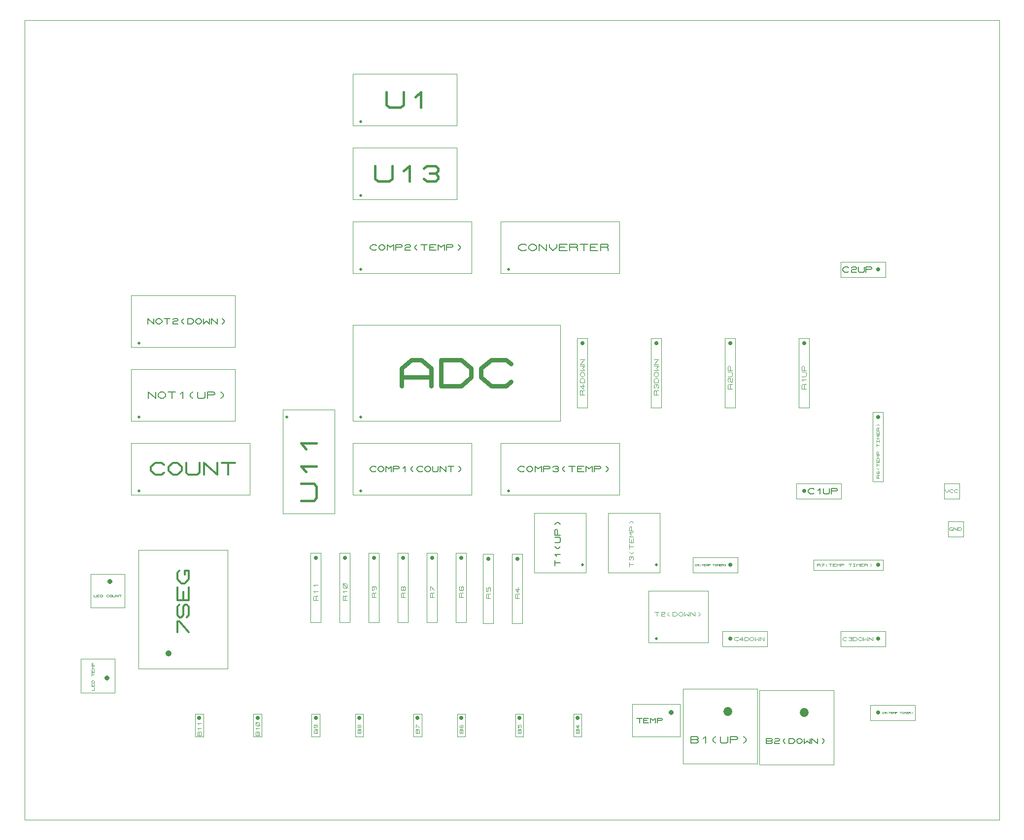
<source format=gbr>
G04 PROTEUS GERBER X2 FILE*
%TF.GenerationSoftware,Labcenter,Proteus,8.16-SP3-Build36097*%
%TF.CreationDate,2024-05-06T12:20:01+00:00*%
%TF.FileFunction,AssemblyDrawing,Top*%
%TF.FilePolarity,Positive*%
%TF.Part,Single*%
%TF.SameCoordinates,{807a0646-054e-4b8c-a3a0-1762012dc6c7}*%
%FSLAX45Y45*%
%MOMM*%
G01*
%TA.AperFunction,Material*%
%ADD22C,0.101600*%
%ADD73C,0.711200*%
%ADD30C,0.117340*%
%ADD31C,0.090670*%
%TA.AperFunction,Profile*%
%ADD21C,0.101600*%
%TA.AperFunction,Material*%
%ADD32C,0.508000*%
%ADD33C,0.760270*%
%ADD34C,1.016000*%
%ADD35C,0.324690*%
%ADD36C,0.148770*%
%ADD37C,0.161670*%
%ADD38C,0.195650*%
%ADD39C,0.440230*%
%ADD40C,0.339190*%
%ADD41C,0.186940*%
%ADD42C,0.151630*%
%ADD43C,1.524000*%
%ADD44C,0.188590*%
%ADD45C,0.144900*%
%ADD46C,0.812800*%
%ADD47C,0.129320*%
%ADD48C,0.147000*%
%ADD49C,0.113600*%
%ADD50C,0.060570*%
%ADD51C,0.067810*%
%ADD52C,0.075650*%
%ADD53C,0.099060*%
%ADD54C,0.042450*%
%ADD55C,0.084660*%
%TD.AperFunction*%
D22*
X-623382Y-2933782D02*
X-445582Y-2933782D01*
X-445582Y-1739982D01*
X-623382Y-1739982D01*
X-623382Y-2933782D01*
D73*
X-534482Y-1828882D02*
X-534482Y-1828882D01*
D30*
X-499278Y-2504724D02*
X-569686Y-2504724D01*
X-569686Y-2438717D01*
X-557951Y-2425515D01*
X-546217Y-2425515D01*
X-534482Y-2438717D01*
X-534482Y-2504724D01*
X-534482Y-2438717D02*
X-522747Y-2425515D01*
X-499278Y-2425515D01*
X-522747Y-2319903D02*
X-522747Y-2399112D01*
X-569686Y-2346306D01*
X-499278Y-2346306D01*
D22*
X-1123382Y-2933782D02*
X-945582Y-2933782D01*
X-945582Y-1739982D01*
X-1123382Y-1739982D01*
X-1123382Y-2933782D01*
D73*
X-1034482Y-1828882D02*
X-1034482Y-1828882D01*
D30*
X-999278Y-2504724D02*
X-1069686Y-2504724D01*
X-1069686Y-2438717D01*
X-1057951Y-2425515D01*
X-1046217Y-2425515D01*
X-1034482Y-2438717D01*
X-1034482Y-2504724D01*
X-1034482Y-2438717D02*
X-1022747Y-2425515D01*
X-999278Y-2425515D01*
X-1069686Y-2319903D02*
X-1069686Y-2385911D01*
X-1046217Y-2385911D01*
X-1046217Y-2333105D01*
X-1034482Y-2319903D01*
X-1011013Y-2319903D01*
X-999278Y-2333105D01*
X-999278Y-2372709D01*
X-1011013Y-2385911D01*
D22*
X-1588900Y-2915300D02*
X-1411100Y-2915300D01*
X-1411100Y-1721500D01*
X-1588900Y-1721500D01*
X-1588900Y-2915300D01*
D73*
X-1500000Y-1810400D02*
X-1500000Y-1810400D01*
D30*
X-1464796Y-2486242D02*
X-1535204Y-2486242D01*
X-1535204Y-2420235D01*
X-1523469Y-2407033D01*
X-1511735Y-2407033D01*
X-1500000Y-2420235D01*
X-1500000Y-2486242D01*
X-1500000Y-2420235D02*
X-1488265Y-2407033D01*
X-1464796Y-2407033D01*
X-1523469Y-2301421D02*
X-1535204Y-2314623D01*
X-1535204Y-2354227D01*
X-1523469Y-2367429D01*
X-1476531Y-2367429D01*
X-1464796Y-2354227D01*
X-1464796Y-2314623D01*
X-1476531Y-2301421D01*
X-1488265Y-2301421D01*
X-1500000Y-2314623D01*
X-1500000Y-2367429D01*
D22*
X-2088900Y-2915300D02*
X-1911100Y-2915300D01*
X-1911100Y-1721500D01*
X-2088900Y-1721500D01*
X-2088900Y-2915300D01*
D73*
X-2000000Y-1810400D02*
X-2000000Y-1810400D01*
D30*
X-1964796Y-2486242D02*
X-2035204Y-2486242D01*
X-2035204Y-2420235D01*
X-2023469Y-2407033D01*
X-2011735Y-2407033D01*
X-2000000Y-2420235D01*
X-2000000Y-2486242D01*
X-2000000Y-2420235D02*
X-1988265Y-2407033D01*
X-1964796Y-2407033D01*
X-2035204Y-2367429D02*
X-2035204Y-2301421D01*
X-2023469Y-2301421D01*
X-1964796Y-2367429D01*
D22*
X-2588900Y-2915300D02*
X-2411100Y-2915300D01*
X-2411100Y-1721500D01*
X-2588900Y-1721500D01*
X-2588900Y-2915300D01*
D73*
X-2500000Y-1810400D02*
X-2500000Y-1810400D01*
D30*
X-2464796Y-2486242D02*
X-2535204Y-2486242D01*
X-2535204Y-2420235D01*
X-2523469Y-2407033D01*
X-2511735Y-2407033D01*
X-2500000Y-2420235D01*
X-2500000Y-2486242D01*
X-2500000Y-2420235D02*
X-2488265Y-2407033D01*
X-2464796Y-2407033D01*
X-2500000Y-2354227D02*
X-2511735Y-2367429D01*
X-2523469Y-2367429D01*
X-2535204Y-2354227D01*
X-2535204Y-2314623D01*
X-2523469Y-2301421D01*
X-2511735Y-2301421D01*
X-2500000Y-2314623D01*
X-2500000Y-2354227D01*
X-2488265Y-2367429D01*
X-2476531Y-2367429D01*
X-2464796Y-2354227D01*
X-2464796Y-2314623D01*
X-2476531Y-2301421D01*
X-2488265Y-2301421D01*
X-2500000Y-2314623D01*
D22*
X-3088900Y-2915300D02*
X-2911100Y-2915300D01*
X-2911100Y-1721500D01*
X-3088900Y-1721500D01*
X-3088900Y-2915300D01*
D73*
X-3000000Y-1810400D02*
X-3000000Y-1810400D01*
D30*
X-2964796Y-2486242D02*
X-3035204Y-2486242D01*
X-3035204Y-2420235D01*
X-3023469Y-2407033D01*
X-3011735Y-2407033D01*
X-3000000Y-2420235D01*
X-3000000Y-2486242D01*
X-3000000Y-2420235D02*
X-2988265Y-2407033D01*
X-2964796Y-2407033D01*
X-3011735Y-2301421D02*
X-3000000Y-2314623D01*
X-3000000Y-2354227D01*
X-3011735Y-2367429D01*
X-3023469Y-2367429D01*
X-3035204Y-2354227D01*
X-3035204Y-2314623D01*
X-3023469Y-2301421D01*
X-2976531Y-2301421D01*
X-2964796Y-2314623D01*
X-2964796Y-2354227D01*
D22*
X-3588900Y-2915300D02*
X-3411100Y-2915300D01*
X-3411100Y-1721500D01*
X-3588900Y-1721500D01*
X-3588900Y-2915300D01*
D73*
X-3500000Y-1810400D02*
X-3500000Y-1810400D01*
D30*
X-3464796Y-2539048D02*
X-3535204Y-2539048D01*
X-3535204Y-2473041D01*
X-3523469Y-2459839D01*
X-3511735Y-2459839D01*
X-3500000Y-2473041D01*
X-3500000Y-2539048D01*
X-3500000Y-2473041D02*
X-3488265Y-2459839D01*
X-3464796Y-2459839D01*
X-3511735Y-2407033D02*
X-3535204Y-2380630D01*
X-3464796Y-2380630D01*
X-3476531Y-2327824D02*
X-3523469Y-2327824D01*
X-3535204Y-2314623D01*
X-3535204Y-2261817D01*
X-3523469Y-2248615D01*
X-3476531Y-2248615D01*
X-3464796Y-2261817D01*
X-3464796Y-2314623D01*
X-3476531Y-2327824D01*
X-3464796Y-2327824D02*
X-3535204Y-2248615D01*
D22*
X-4088900Y-2915300D02*
X-3911100Y-2915300D01*
X-3911100Y-1721500D01*
X-4088900Y-1721500D01*
X-4088900Y-2915300D01*
D73*
X-4000000Y-1810400D02*
X-4000000Y-1810400D01*
D30*
X-3964796Y-2539048D02*
X-4035204Y-2539048D01*
X-4035204Y-2473041D01*
X-4023469Y-2459839D01*
X-4011735Y-2459839D01*
X-4000000Y-2473041D01*
X-4000000Y-2539048D01*
X-4000000Y-2473041D02*
X-3988265Y-2459839D01*
X-3964796Y-2459839D01*
X-4011735Y-2407033D02*
X-4035204Y-2380630D01*
X-3964796Y-2380630D01*
X-4011735Y-2301421D02*
X-4035204Y-2275018D01*
X-3964796Y-2275018D01*
D22*
X+430150Y-4880250D02*
X+569850Y-4880250D01*
X+569850Y-4490550D01*
X+430150Y-4490550D01*
X+430150Y-4880250D01*
D73*
X+500000Y-4560400D02*
X+500000Y-4560400D01*
D31*
X+527204Y-4819715D02*
X+472797Y-4819715D01*
X+472797Y-4768709D01*
X+481865Y-4758508D01*
X+490933Y-4758508D01*
X+500000Y-4768709D01*
X+509068Y-4758508D01*
X+518136Y-4758508D01*
X+527204Y-4768709D01*
X+527204Y-4819715D01*
X+500000Y-4819715D02*
X+500000Y-4768709D01*
X+509068Y-4676898D02*
X+509068Y-4738105D01*
X+472797Y-4697300D01*
X+527204Y-4697300D01*
D22*
X-569850Y-4880250D02*
X-430150Y-4880250D01*
X-430150Y-4490550D01*
X-569850Y-4490550D01*
X-569850Y-4880250D01*
D73*
X-500000Y-4560400D02*
X-500000Y-4560400D01*
D31*
X-472796Y-4819715D02*
X-527203Y-4819715D01*
X-527203Y-4768709D01*
X-518135Y-4758508D01*
X-509067Y-4758508D01*
X-500000Y-4768709D01*
X-490932Y-4758508D01*
X-481864Y-4758508D01*
X-472796Y-4768709D01*
X-472796Y-4819715D01*
X-500000Y-4819715D02*
X-500000Y-4768709D01*
X-527203Y-4676898D02*
X-527203Y-4727904D01*
X-509067Y-4727904D01*
X-509067Y-4687099D01*
X-500000Y-4676898D01*
X-481864Y-4676898D01*
X-472796Y-4687099D01*
X-472796Y-4717703D01*
X-481864Y-4727904D01*
D22*
X-1569850Y-4880250D02*
X-1430150Y-4880250D01*
X-1430150Y-4490550D01*
X-1569850Y-4490550D01*
X-1569850Y-4880250D01*
D73*
X-1500000Y-4560400D02*
X-1500000Y-4560400D01*
D31*
X-1472796Y-4819715D02*
X-1527203Y-4819715D01*
X-1527203Y-4768709D01*
X-1518135Y-4758508D01*
X-1509067Y-4758508D01*
X-1500000Y-4768709D01*
X-1490932Y-4758508D01*
X-1481864Y-4758508D01*
X-1472796Y-4768709D01*
X-1472796Y-4819715D01*
X-1500000Y-4819715D02*
X-1500000Y-4768709D01*
X-1518135Y-4676898D02*
X-1527203Y-4687099D01*
X-1527203Y-4717703D01*
X-1518135Y-4727904D01*
X-1481864Y-4727904D01*
X-1472796Y-4717703D01*
X-1472796Y-4687099D01*
X-1481864Y-4676898D01*
X-1490932Y-4676898D01*
X-1500000Y-4687099D01*
X-1500000Y-4727904D01*
D22*
X-2319850Y-4880250D02*
X-2180150Y-4880250D01*
X-2180150Y-4490550D01*
X-2319850Y-4490550D01*
X-2319850Y-4880250D01*
D73*
X-2250000Y-4560400D02*
X-2250000Y-4560400D01*
D31*
X-2222796Y-4819715D02*
X-2277203Y-4819715D01*
X-2277203Y-4768709D01*
X-2268135Y-4758508D01*
X-2259067Y-4758508D01*
X-2250000Y-4768709D01*
X-2240932Y-4758508D01*
X-2231864Y-4758508D01*
X-2222796Y-4768709D01*
X-2222796Y-4819715D01*
X-2250000Y-4819715D02*
X-2250000Y-4768709D01*
X-2277203Y-4727904D02*
X-2277203Y-4676898D01*
X-2268135Y-4676898D01*
X-2222796Y-4727904D01*
D22*
X-3319850Y-4880250D02*
X-3180150Y-4880250D01*
X-3180150Y-4490550D01*
X-3319850Y-4490550D01*
X-3319850Y-4880250D01*
D73*
X-3250000Y-4560400D02*
X-3250000Y-4560400D01*
D31*
X-3222796Y-4819715D02*
X-3277203Y-4819715D01*
X-3277203Y-4768709D01*
X-3268135Y-4758508D01*
X-3259067Y-4758508D01*
X-3250000Y-4768709D01*
X-3240932Y-4758508D01*
X-3231864Y-4758508D01*
X-3222796Y-4768709D01*
X-3222796Y-4819715D01*
X-3250000Y-4819715D02*
X-3250000Y-4768709D01*
X-3250000Y-4717703D02*
X-3259067Y-4727904D01*
X-3268135Y-4727904D01*
X-3277203Y-4717703D01*
X-3277203Y-4687099D01*
X-3268135Y-4676898D01*
X-3259067Y-4676898D01*
X-3250000Y-4687099D01*
X-3250000Y-4717703D01*
X-3240932Y-4727904D01*
X-3231864Y-4727904D01*
X-3222796Y-4717703D01*
X-3222796Y-4687099D01*
X-3231864Y-4676898D01*
X-3240932Y-4676898D01*
X-3250000Y-4687099D01*
D22*
X-4069850Y-4880250D02*
X-3930150Y-4880250D01*
X-3930150Y-4490550D01*
X-4069850Y-4490550D01*
X-4069850Y-4880250D01*
D73*
X-4000000Y-4560400D02*
X-4000000Y-4560400D01*
D31*
X-3972796Y-4819715D02*
X-4027203Y-4819715D01*
X-4027203Y-4768709D01*
X-4018135Y-4758508D01*
X-4009067Y-4758508D01*
X-4000000Y-4768709D01*
X-3990932Y-4758508D01*
X-3981864Y-4758508D01*
X-3972796Y-4768709D01*
X-3972796Y-4819715D01*
X-4000000Y-4819715D02*
X-4000000Y-4768709D01*
X-4009067Y-4676898D02*
X-4000000Y-4687099D01*
X-4000000Y-4717703D01*
X-4009067Y-4727904D01*
X-4018135Y-4727904D01*
X-4027203Y-4717703D01*
X-4027203Y-4687099D01*
X-4018135Y-4676898D01*
X-3981864Y-4676898D01*
X-3972796Y-4687099D01*
X-3972796Y-4717703D01*
D22*
X-5069850Y-4880250D02*
X-4930150Y-4880250D01*
X-4930150Y-4490550D01*
X-5069850Y-4490550D01*
X-5069850Y-4880250D01*
D73*
X-5000000Y-4560400D02*
X-5000000Y-4560400D01*
D31*
X-4972796Y-4860520D02*
X-5027203Y-4860520D01*
X-5027203Y-4809514D01*
X-5018135Y-4799313D01*
X-5009067Y-4799313D01*
X-5000000Y-4809514D01*
X-4990932Y-4799313D01*
X-4981864Y-4799313D01*
X-4972796Y-4809514D01*
X-4972796Y-4860520D01*
X-5000000Y-4860520D02*
X-5000000Y-4809514D01*
X-5009067Y-4758508D02*
X-5027203Y-4738105D01*
X-4972796Y-4738105D01*
X-4981864Y-4697300D02*
X-5018135Y-4697300D01*
X-5027203Y-4687099D01*
X-5027203Y-4646294D01*
X-5018135Y-4636093D01*
X-4981864Y-4636093D01*
X-4972796Y-4646294D01*
X-4972796Y-4687099D01*
X-4981864Y-4697300D01*
X-4972796Y-4697300D02*
X-5027203Y-4636093D01*
D22*
X-6069850Y-4880250D02*
X-5930150Y-4880250D01*
X-5930150Y-4490550D01*
X-6069850Y-4490550D01*
X-6069850Y-4880250D01*
D73*
X-6000000Y-4560400D02*
X-6000000Y-4560400D01*
D31*
X-5972796Y-4860520D02*
X-6027203Y-4860520D01*
X-6027203Y-4809514D01*
X-6018135Y-4799313D01*
X-6009067Y-4799313D01*
X-6000000Y-4809514D01*
X-5990932Y-4799313D01*
X-5981864Y-4799313D01*
X-5972796Y-4809514D01*
X-5972796Y-4860520D01*
X-6000000Y-4860520D02*
X-6000000Y-4809514D01*
X-6009067Y-4758508D02*
X-6027203Y-4738105D01*
X-5972796Y-4738105D01*
X-6009067Y-4676898D02*
X-6027203Y-4656495D01*
X-5972796Y-4656495D01*
D21*
X-9000000Y-6310400D02*
X+7750000Y-6310400D01*
X+7750000Y+7439600D01*
X-9000000Y+7439600D01*
X-9000000Y-6310400D01*
D22*
X-3362080Y+546100D02*
X+204080Y+546100D01*
X+204080Y+2197100D01*
X-3362080Y+2197100D01*
X-3362080Y+546100D01*
D32*
X-3230000Y+609600D02*
X-3230000Y+609600D01*
D33*
X-2526626Y+1143518D02*
X-2526626Y+1447627D01*
X-2355565Y+1599681D01*
X-2184504Y+1599681D01*
X-2013443Y+1447627D01*
X-2013443Y+1143518D01*
X-2526626Y+1295572D02*
X-2013443Y+1295572D01*
X-1842382Y+1143518D02*
X-1842382Y+1599681D01*
X-1500260Y+1599681D01*
X-1329199Y+1447627D01*
X-1329199Y+1295572D01*
X-1500260Y+1143518D01*
X-1842382Y+1143518D01*
X-644955Y+1219545D02*
X-730486Y+1143518D01*
X-987077Y+1143518D01*
X-1158138Y+1295572D01*
X-1158138Y+1447627D01*
X-987077Y+1599681D01*
X-730486Y+1599681D01*
X-644955Y+1523654D01*
D22*
X-7045080Y-3713480D02*
X-5510920Y-3713480D01*
X-5510920Y-1671320D01*
X-7045080Y-1671320D01*
X-7045080Y-3713480D01*
D34*
X-6532000Y-3454400D02*
X-6532000Y-3454400D01*
D35*
X-6375409Y-3085386D02*
X-6375409Y-2902744D01*
X-6342939Y-2902744D01*
X-6180591Y-3085386D01*
X-6213061Y-2829687D02*
X-6180591Y-2793159D01*
X-6180591Y-2647046D01*
X-6213061Y-2610517D01*
X-6245530Y-2610517D01*
X-6278000Y-2647046D01*
X-6278000Y-2793159D01*
X-6310470Y-2829687D01*
X-6342939Y-2829687D01*
X-6375409Y-2793159D01*
X-6375409Y-2647046D01*
X-6342939Y-2610517D01*
X-6180591Y-2318290D02*
X-6180591Y-2537460D01*
X-6375409Y-2537460D01*
X-6375409Y-2318290D01*
X-6278000Y-2537460D02*
X-6278000Y-2391347D01*
X-6245530Y-2099120D02*
X-6245530Y-2026063D01*
X-6180591Y-2026063D01*
X-6180591Y-2172177D01*
X-6245530Y-2245233D01*
X-6310470Y-2245233D01*
X-6375409Y-2172177D01*
X-6375409Y-2062592D01*
X-6342939Y-2026063D01*
D22*
X-3362080Y-723900D02*
X-1319920Y-723900D01*
X-1319920Y+165100D01*
X-3362080Y+165100D01*
X-3362080Y-723900D01*
D32*
X-3230000Y-660400D02*
X-3230000Y-660400D01*
D36*
X-2965199Y-309154D02*
X-2981935Y-324031D01*
X-3032145Y-324031D01*
X-3065618Y-294277D01*
X-3065618Y-264523D01*
X-3032145Y-234769D01*
X-2981935Y-234769D01*
X-2965199Y-249646D01*
X-2931725Y-264523D02*
X-2898252Y-234769D01*
X-2864779Y-234769D01*
X-2831306Y-264523D01*
X-2831306Y-294277D01*
X-2864779Y-324031D01*
X-2898252Y-324031D01*
X-2931725Y-294277D01*
X-2931725Y-264523D01*
X-2797832Y-324031D02*
X-2797832Y-234769D01*
X-2747623Y-279400D01*
X-2697413Y-234769D01*
X-2697413Y-324031D01*
X-2663939Y-324031D02*
X-2663939Y-234769D01*
X-2580256Y-234769D01*
X-2563520Y-249646D01*
X-2563520Y-264523D01*
X-2580256Y-279400D01*
X-2663939Y-279400D01*
X-2496573Y-264523D02*
X-2463100Y-234769D01*
X-2463100Y-324031D01*
X-2329207Y-234769D02*
X-2362680Y-264523D01*
X-2362680Y-294277D01*
X-2329207Y-324031D01*
X-2161841Y-309154D02*
X-2178577Y-324031D01*
X-2228787Y-324031D01*
X-2262260Y-294277D01*
X-2262260Y-264523D01*
X-2228787Y-234769D01*
X-2178577Y-234769D01*
X-2161841Y-249646D01*
X-2128367Y-264523D02*
X-2094894Y-234769D01*
X-2061421Y-234769D01*
X-2027948Y-264523D01*
X-2027948Y-294277D01*
X-2061421Y-324031D01*
X-2094894Y-324031D01*
X-2128367Y-294277D01*
X-2128367Y-264523D01*
X-1994474Y-234769D02*
X-1994474Y-309154D01*
X-1977738Y-324031D01*
X-1910791Y-324031D01*
X-1894055Y-309154D01*
X-1894055Y-234769D01*
X-1860581Y-324031D02*
X-1860581Y-234769D01*
X-1760162Y-324031D01*
X-1760162Y-234769D01*
X-1726688Y-234769D02*
X-1626269Y-234769D01*
X-1676479Y-234769D02*
X-1676479Y-324031D01*
X-1542586Y-234769D02*
X-1509112Y-264523D01*
X-1509112Y-294277D01*
X-1542586Y-324031D01*
D22*
X-3362080Y+3086100D02*
X-1319920Y+3086100D01*
X-1319920Y+3975100D01*
X-3362080Y+3975100D01*
X-3362080Y+3086100D01*
D32*
X-3230000Y+3149600D02*
X-3230000Y+3149600D01*
D37*
X-2953404Y+3498265D02*
X-2971592Y+3482098D01*
X-3026156Y+3482098D01*
X-3062532Y+3514432D01*
X-3062532Y+3546767D01*
X-3026156Y+3579101D01*
X-2971592Y+3579101D01*
X-2953404Y+3562934D01*
X-2917028Y+3546767D02*
X-2880652Y+3579101D01*
X-2844276Y+3579101D01*
X-2807900Y+3546767D01*
X-2807900Y+3514432D01*
X-2844276Y+3482098D01*
X-2880652Y+3482098D01*
X-2917028Y+3514432D01*
X-2917028Y+3546767D01*
X-2771524Y+3482098D02*
X-2771524Y+3579101D01*
X-2716960Y+3530600D01*
X-2662396Y+3579101D01*
X-2662396Y+3482098D01*
X-2626020Y+3482098D02*
X-2626020Y+3579101D01*
X-2535080Y+3579101D01*
X-2516892Y+3562934D01*
X-2516892Y+3546767D01*
X-2535080Y+3530600D01*
X-2626020Y+3530600D01*
X-2462328Y+3562934D02*
X-2444140Y+3579101D01*
X-2389576Y+3579101D01*
X-2371388Y+3562934D01*
X-2371388Y+3546767D01*
X-2389576Y+3530600D01*
X-2444140Y+3530600D01*
X-2462328Y+3514432D01*
X-2462328Y+3482098D01*
X-2371388Y+3482098D01*
X-2262260Y+3579101D02*
X-2298636Y+3546767D01*
X-2298636Y+3514432D01*
X-2262260Y+3482098D01*
X-2189508Y+3579101D02*
X-2080380Y+3579101D01*
X-2134944Y+3579101D02*
X-2134944Y+3482098D01*
X-1934876Y+3482098D02*
X-2044004Y+3482098D01*
X-2044004Y+3579101D01*
X-1934876Y+3579101D01*
X-2044004Y+3530600D02*
X-1971252Y+3530600D01*
X-1898500Y+3482098D02*
X-1898500Y+3579101D01*
X-1843936Y+3530600D01*
X-1789372Y+3579101D01*
X-1789372Y+3482098D01*
X-1752996Y+3482098D02*
X-1752996Y+3579101D01*
X-1662056Y+3579101D01*
X-1643868Y+3562934D01*
X-1643868Y+3546767D01*
X-1662056Y+3530600D01*
X-1752996Y+3530600D01*
X-1552928Y+3579101D02*
X-1516552Y+3546767D01*
X-1516552Y+3514432D01*
X-1552928Y+3482098D01*
D22*
X-822080Y-723900D02*
X+1220080Y-723900D01*
X+1220080Y+165100D01*
X-822080Y+165100D01*
X-822080Y-723900D01*
D32*
X-690000Y-660400D02*
X-690000Y-660400D01*
D37*
X-413404Y-311735D02*
X-431592Y-327902D01*
X-486156Y-327902D01*
X-522532Y-295568D01*
X-522532Y-263233D01*
X-486156Y-230899D01*
X-431592Y-230899D01*
X-413404Y-247066D01*
X-377028Y-263233D02*
X-340652Y-230899D01*
X-304276Y-230899D01*
X-267900Y-263233D01*
X-267900Y-295568D01*
X-304276Y-327902D01*
X-340652Y-327902D01*
X-377028Y-295568D01*
X-377028Y-263233D01*
X-231524Y-327902D02*
X-231524Y-230899D01*
X-176960Y-279400D01*
X-122396Y-230899D01*
X-122396Y-327902D01*
X-86020Y-327902D02*
X-86020Y-230899D01*
X+4920Y-230899D01*
X+23108Y-247066D01*
X+23108Y-263233D01*
X+4920Y-279400D01*
X-86020Y-279400D01*
X+77672Y-247066D02*
X+95860Y-230899D01*
X+150424Y-230899D01*
X+168612Y-247066D01*
X+168612Y-263233D01*
X+150424Y-279400D01*
X+168612Y-295568D01*
X+168612Y-311735D01*
X+150424Y-327902D01*
X+95860Y-327902D01*
X+77672Y-311735D01*
X+114048Y-279400D02*
X+150424Y-279400D01*
X+277740Y-230899D02*
X+241364Y-263233D01*
X+241364Y-295568D01*
X+277740Y-327902D01*
X+350492Y-230899D02*
X+459620Y-230899D01*
X+405056Y-230899D02*
X+405056Y-327902D01*
X+605124Y-327902D02*
X+495996Y-327902D01*
X+495996Y-230899D01*
X+605124Y-230899D01*
X+495996Y-279400D02*
X+568748Y-279400D01*
X+641500Y-327902D02*
X+641500Y-230899D01*
X+696064Y-279400D01*
X+750628Y-230899D01*
X+750628Y-327902D01*
X+787004Y-327902D02*
X+787004Y-230899D01*
X+877944Y-230899D01*
X+896132Y-247066D01*
X+896132Y-263233D01*
X+877944Y-279400D01*
X+787004Y-279400D01*
X+987072Y-230899D02*
X+1023448Y-263233D01*
X+1023448Y-295568D01*
X+987072Y-327902D01*
D22*
X-822080Y+3086100D02*
X+1220080Y+3086100D01*
X+1220080Y+3975100D01*
X-822080Y+3975100D01*
X-822080Y+3086100D01*
D32*
X-690000Y+3149600D02*
X-690000Y+3149600D01*
D38*
X-382601Y+3491469D02*
X-404613Y+3471903D01*
X-470647Y+3471903D01*
X-514669Y+3511034D01*
X-514669Y+3550166D01*
X-470647Y+3589297D01*
X-404613Y+3589297D01*
X-382601Y+3569731D01*
X-338578Y+3550166D02*
X-294556Y+3589297D01*
X-250533Y+3589297D01*
X-206510Y+3550166D01*
X-206510Y+3511034D01*
X-250533Y+3471903D01*
X-294556Y+3471903D01*
X-338578Y+3511034D01*
X-338578Y+3550166D01*
X-162487Y+3471903D02*
X-162487Y+3589297D01*
X-30419Y+3471903D01*
X-30419Y+3589297D01*
X+13604Y+3589297D02*
X+13604Y+3530600D01*
X+79638Y+3471903D01*
X+145672Y+3530600D01*
X+145672Y+3589297D01*
X+321763Y+3471903D02*
X+189695Y+3471903D01*
X+189695Y+3589297D01*
X+321763Y+3589297D01*
X+189695Y+3530600D02*
X+277740Y+3530600D01*
X+365786Y+3471903D02*
X+365786Y+3589297D01*
X+475842Y+3589297D01*
X+497854Y+3569731D01*
X+497854Y+3550166D01*
X+475842Y+3530600D01*
X+365786Y+3530600D01*
X+475842Y+3530600D02*
X+497854Y+3511034D01*
X+497854Y+3471903D01*
X+541877Y+3589297D02*
X+673945Y+3589297D01*
X+607911Y+3589297D02*
X+607911Y+3471903D01*
X+850036Y+3471903D02*
X+717968Y+3471903D01*
X+717968Y+3589297D01*
X+850036Y+3589297D01*
X+717968Y+3530600D02*
X+806013Y+3530600D01*
X+894059Y+3471903D02*
X+894059Y+3589297D01*
X+1004115Y+3589297D01*
X+1026127Y+3569731D01*
X+1026127Y+3550166D01*
X+1004115Y+3530600D01*
X+894059Y+3530600D01*
X+1004115Y+3530600D02*
X+1026127Y+3511034D01*
X+1026127Y+3471903D01*
D22*
X-4563500Y-1046480D02*
X-3674500Y-1046480D01*
X-3674500Y+741680D01*
X-4563500Y+741680D01*
X-4563500Y-1046480D01*
D32*
X-4500000Y+609600D02*
X-4500000Y+609600D01*
D39*
X-4251069Y-825452D02*
X-4030953Y-825452D01*
X-3986930Y-775926D01*
X-3986930Y-577822D01*
X-4030953Y-528296D01*
X-4251069Y-528296D01*
X-4163023Y-330192D02*
X-4251069Y-231140D01*
X-3986930Y-231140D01*
X-4163023Y+66016D02*
X-4251069Y+165068D01*
X-3986930Y+165068D01*
D22*
X-3362080Y+4356100D02*
X-1573920Y+4356100D01*
X-1573920Y+5245100D01*
X-3362080Y+5245100D01*
X-3362080Y+4356100D01*
D32*
X-3230000Y+4419600D02*
X-3230000Y+4419600D01*
D39*
X-2983572Y+4932669D02*
X-2983572Y+4712553D01*
X-2934046Y+4668530D01*
X-2735942Y+4668530D01*
X-2686416Y+4712553D01*
X-2686416Y+4932669D01*
X-2488312Y+4844623D02*
X-2389260Y+4932669D01*
X-2389260Y+4668530D01*
X-2141630Y+4888646D02*
X-2092104Y+4932669D01*
X-1943526Y+4932669D01*
X-1894000Y+4888646D01*
X-1894000Y+4844623D01*
X-1943526Y+4800600D01*
X-1894000Y+4756576D01*
X-1894000Y+4712553D01*
X-1943526Y+4668530D01*
X-2092104Y+4668530D01*
X-2141630Y+4712553D01*
X-2042578Y+4800600D02*
X-1943526Y+4800600D01*
D22*
X-7172080Y-723900D02*
X-5129920Y-723900D01*
X-5129920Y+165100D01*
X-7172080Y+165100D01*
X-7172080Y-723900D01*
D32*
X-7040000Y-660400D02*
X-7040000Y-660400D01*
D40*
X-6606498Y-347240D02*
X-6644658Y-381160D01*
X-6759138Y-381160D01*
X-6835457Y-313320D01*
X-6835457Y-245480D01*
X-6759138Y-177640D01*
X-6644658Y-177640D01*
X-6606498Y-211560D01*
X-6530178Y-245480D02*
X-6453859Y-177640D01*
X-6377539Y-177640D01*
X-6301219Y-245480D01*
X-6301219Y-313320D01*
X-6377539Y-381160D01*
X-6453859Y-381160D01*
X-6530178Y-313320D01*
X-6530178Y-245480D01*
X-6224899Y-177640D02*
X-6224899Y-347240D01*
X-6186740Y-381160D01*
X-6034100Y-381160D01*
X-5995940Y-347240D01*
X-5995940Y-177640D01*
X-5919620Y-381160D02*
X-5919620Y-177640D01*
X-5690661Y-381160D01*
X-5690661Y-177640D01*
X-5614341Y-177640D02*
X-5385382Y-177640D01*
X-5499862Y-177640D02*
X-5499862Y-381160D01*
D22*
X-3362080Y+5626100D02*
X-1573920Y+5626100D01*
X-1573920Y+6515100D01*
X-3362080Y+6515100D01*
X-3362080Y+5626100D01*
D32*
X-3230000Y+5689600D02*
X-3230000Y+5689600D01*
D39*
X-2785468Y+6202669D02*
X-2785468Y+5982553D01*
X-2735942Y+5938530D01*
X-2537838Y+5938530D01*
X-2488312Y+5982553D01*
X-2488312Y+6202669D01*
X-2290208Y+6114623D02*
X-2191156Y+6202669D01*
X-2191156Y+5938530D01*
D22*
X-7172080Y+546100D02*
X-5383920Y+546100D01*
X-5383920Y+1435100D01*
X-7172080Y+1435100D01*
X-7172080Y+546100D01*
D32*
X-7040000Y+609600D02*
X-7040000Y+609600D01*
D41*
X-6872256Y+934516D02*
X-6872256Y+1046683D01*
X-6746070Y+934516D01*
X-6746070Y+1046683D01*
X-6704007Y+1009294D02*
X-6661945Y+1046683D01*
X-6619883Y+1046683D01*
X-6577821Y+1009294D01*
X-6577821Y+971905D01*
X-6619883Y+934516D01*
X-6661945Y+934516D01*
X-6704007Y+971905D01*
X-6704007Y+1009294D01*
X-6535758Y+1046683D02*
X-6409572Y+1046683D01*
X-6472665Y+1046683D02*
X-6472665Y+934516D01*
X-6325447Y+1009294D02*
X-6283385Y+1046683D01*
X-6283385Y+934516D01*
X-6115136Y+1046683D02*
X-6157198Y+1009294D01*
X-6157198Y+971905D01*
X-6115136Y+934516D01*
X-6031011Y+1046683D02*
X-6031011Y+953211D01*
X-6009980Y+934516D01*
X-5925856Y+934516D01*
X-5904825Y+953211D01*
X-5904825Y+1046683D01*
X-5862762Y+934516D02*
X-5862762Y+1046683D01*
X-5757607Y+1046683D01*
X-5736576Y+1027988D01*
X-5736576Y+1009294D01*
X-5757607Y+990600D01*
X-5862762Y+990600D01*
X-5631420Y+1046683D02*
X-5589358Y+1009294D01*
X-5589358Y+971905D01*
X-5631420Y+934516D01*
D22*
X-7172080Y+1816100D02*
X-5383920Y+1816100D01*
X-5383920Y+2705100D01*
X-7172080Y+2705100D01*
X-7172080Y+1816100D01*
D32*
X-7040000Y+1879600D02*
X-7040000Y+1879600D01*
D42*
X-6881630Y+2215108D02*
X-6881630Y+2306091D01*
X-6779275Y+2215108D01*
X-6779275Y+2306091D01*
X-6745156Y+2275763D02*
X-6711038Y+2306091D01*
X-6676919Y+2306091D01*
X-6642801Y+2275763D01*
X-6642801Y+2245436D01*
X-6676919Y+2215108D01*
X-6711038Y+2215108D01*
X-6745156Y+2245436D01*
X-6745156Y+2275763D01*
X-6608682Y+2306091D02*
X-6506327Y+2306091D01*
X-6557505Y+2306091D02*
X-6557505Y+2215108D01*
X-6455149Y+2290927D02*
X-6438090Y+2306091D01*
X-6386912Y+2306091D01*
X-6369853Y+2290927D01*
X-6369853Y+2275763D01*
X-6386912Y+2260600D01*
X-6438090Y+2260600D01*
X-6455149Y+2245436D01*
X-6455149Y+2215108D01*
X-6369853Y+2215108D01*
X-6267497Y+2306091D02*
X-6301616Y+2275763D01*
X-6301616Y+2245436D01*
X-6267497Y+2215108D01*
X-6199260Y+2215108D02*
X-6199260Y+2306091D01*
X-6131023Y+2306091D01*
X-6096905Y+2275763D01*
X-6096905Y+2245436D01*
X-6131023Y+2215108D01*
X-6199260Y+2215108D01*
X-6062786Y+2275763D02*
X-6028668Y+2306091D01*
X-5994549Y+2306091D01*
X-5960431Y+2275763D01*
X-5960431Y+2245436D01*
X-5994549Y+2215108D01*
X-6028668Y+2215108D01*
X-6062786Y+2245436D01*
X-6062786Y+2275763D01*
X-5926312Y+2306091D02*
X-5926312Y+2215108D01*
X-5875135Y+2260600D01*
X-5823957Y+2215108D01*
X-5823957Y+2306091D01*
X-5789838Y+2215108D02*
X-5789838Y+2306091D01*
X-5687483Y+2215108D01*
X-5687483Y+2306091D01*
X-5602187Y+2306091D02*
X-5568068Y+2275763D01*
X-5568068Y+2245436D01*
X-5602187Y+2215108D01*
D22*
X+2312920Y-5344480D02*
X+3593080Y-5344480D01*
X+3593080Y-4064320D01*
X+2312920Y-4064320D01*
X+2312920Y-5344480D01*
D43*
X+3080000Y-4450400D02*
X+3080000Y-4450400D01*
D44*
X+2443795Y-4992118D02*
X+2443795Y-4878961D01*
X+2549879Y-4878961D01*
X+2571096Y-4897821D01*
X+2571096Y-4916680D01*
X+2549879Y-4935540D01*
X+2571096Y-4954399D01*
X+2571096Y-4973259D01*
X+2549879Y-4992118D01*
X+2443795Y-4992118D01*
X+2443795Y-4935540D02*
X+2549879Y-4935540D01*
X+2655963Y-4916680D02*
X+2698397Y-4878961D01*
X+2698397Y-4992118D01*
X+2868132Y-4878961D02*
X+2825698Y-4916680D01*
X+2825698Y-4954399D01*
X+2868132Y-4992118D01*
X+2953000Y-4878961D02*
X+2953000Y-4973259D01*
X+2974216Y-4992118D01*
X+3059084Y-4992118D01*
X+3080301Y-4973259D01*
X+3080301Y-4878961D01*
X+3122735Y-4992118D02*
X+3122735Y-4878961D01*
X+3228819Y-4878961D01*
X+3250036Y-4897821D01*
X+3250036Y-4916680D01*
X+3228819Y-4935540D01*
X+3122735Y-4935540D01*
X+3356120Y-4878961D02*
X+3398554Y-4916680D01*
X+3398554Y-4954399D01*
X+3356120Y-4992118D01*
D22*
X+3622920Y-5364480D02*
X+4903080Y-5364480D01*
X+4903080Y-4084320D01*
X+3622920Y-4084320D01*
X+3622920Y-5364480D01*
D43*
X+4390000Y-4470400D02*
X+4390000Y-4470400D01*
D45*
X+3741336Y-4999012D02*
X+3741336Y-4912068D01*
X+3822846Y-4912068D01*
X+3839148Y-4926559D01*
X+3839148Y-4941049D01*
X+3822846Y-4955540D01*
X+3839148Y-4970031D01*
X+3839148Y-4984521D01*
X+3822846Y-4999012D01*
X+3741336Y-4999012D01*
X+3741336Y-4955540D02*
X+3822846Y-4955540D01*
X+3888054Y-4926559D02*
X+3904356Y-4912068D01*
X+3953262Y-4912068D01*
X+3969564Y-4926559D01*
X+3969564Y-4941049D01*
X+3953262Y-4955540D01*
X+3904356Y-4955540D01*
X+3888054Y-4970031D01*
X+3888054Y-4999012D01*
X+3969564Y-4999012D01*
X+4067376Y-4912068D02*
X+4034772Y-4941049D01*
X+4034772Y-4970031D01*
X+4067376Y-4999012D01*
X+4132584Y-4999012D02*
X+4132584Y-4912068D01*
X+4197792Y-4912068D01*
X+4230396Y-4941049D01*
X+4230396Y-4970031D01*
X+4197792Y-4999012D01*
X+4132584Y-4999012D01*
X+4263000Y-4941049D02*
X+4295604Y-4912068D01*
X+4328208Y-4912068D01*
X+4360812Y-4941049D01*
X+4360812Y-4970031D01*
X+4328208Y-4999012D01*
X+4295604Y-4999012D01*
X+4263000Y-4970031D01*
X+4263000Y-4941049D01*
X+4393416Y-4912068D02*
X+4393416Y-4999012D01*
X+4442322Y-4955540D01*
X+4491228Y-4999012D01*
X+4491228Y-4912068D01*
X+4523832Y-4999012D02*
X+4523832Y-4912068D01*
X+4621644Y-4999012D01*
X+4621644Y-4912068D01*
X+4703154Y-4912068D02*
X+4735758Y-4941049D01*
X+4735758Y-4970031D01*
X+4703154Y-4999012D01*
D22*
X+1438520Y-4881880D02*
X+2261480Y-4881880D01*
X+2261480Y-4325620D01*
X+1438520Y-4325620D01*
X+1438520Y-4881880D01*
D46*
X+2104000Y-4470400D02*
X+2104000Y-4470400D01*
D47*
X+1518150Y-4564952D02*
X+1605446Y-4564952D01*
X+1561798Y-4564952D02*
X+1561798Y-4642549D01*
X+1721841Y-4642549D02*
X+1634545Y-4642549D01*
X+1634545Y-4564952D01*
X+1721841Y-4564952D01*
X+1634545Y-4603750D02*
X+1692742Y-4603750D01*
X+1750940Y-4642549D02*
X+1750940Y-4564952D01*
X+1794588Y-4603750D01*
X+1838236Y-4564952D01*
X+1838236Y-4642549D01*
X+1867335Y-4642549D02*
X+1867335Y-4564952D01*
X+1940081Y-4564952D01*
X+1954631Y-4577885D01*
X+1954631Y-4590818D01*
X+1940081Y-4603750D01*
X+1867335Y-4603750D01*
D22*
X-245500Y-2062480D02*
X+643500Y-2062480D01*
X+643500Y-1036320D01*
X-245500Y-1036320D01*
X-245500Y-2062480D01*
D32*
X+580000Y-1930400D02*
X+580000Y-1930400D01*
D48*
X+110450Y-1946303D02*
X+110450Y-1847078D01*
X+110450Y-1896691D02*
X+198651Y-1896691D01*
X+139850Y-1780927D02*
X+110450Y-1747852D01*
X+198651Y-1747852D01*
X+110450Y-1615551D02*
X+139850Y-1648626D01*
X+169251Y-1648626D01*
X+198651Y-1615551D01*
X+110450Y-1549400D02*
X+183951Y-1549400D01*
X+198651Y-1532863D01*
X+198651Y-1466712D01*
X+183951Y-1450175D01*
X+110450Y-1450175D01*
X+198651Y-1417099D02*
X+110450Y-1417099D01*
X+110450Y-1334411D01*
X+125150Y-1317874D01*
X+139850Y-1317874D01*
X+154550Y-1334411D01*
X+154550Y-1417099D01*
X+110450Y-1235186D02*
X+139850Y-1202110D01*
X+169251Y-1202110D01*
X+198651Y-1235186D01*
D22*
X+1717920Y-3263900D02*
X+2744080Y-3263900D01*
X+2744080Y-2374900D01*
X+1717920Y-2374900D01*
X+1717920Y-3263900D01*
D32*
X+1850000Y-3200400D02*
X+1850000Y-3200400D01*
D49*
X+1822040Y-2740870D02*
X+1898720Y-2740870D01*
X+1860380Y-2740870D02*
X+1860380Y-2809030D01*
X+1937060Y-2752230D02*
X+1949840Y-2740870D01*
X+1988180Y-2740870D01*
X+2000960Y-2752230D01*
X+2000960Y-2763590D01*
X+1988180Y-2774950D01*
X+1949840Y-2774950D01*
X+1937060Y-2786310D01*
X+1937060Y-2809030D01*
X+2000960Y-2809030D01*
X+2077640Y-2740870D02*
X+2052080Y-2763590D01*
X+2052080Y-2786310D01*
X+2077640Y-2809030D01*
X+2128760Y-2809030D02*
X+2128760Y-2740870D01*
X+2179880Y-2740870D01*
X+2205440Y-2763590D01*
X+2205440Y-2786310D01*
X+2179880Y-2809030D01*
X+2128760Y-2809030D01*
X+2231000Y-2763590D02*
X+2256560Y-2740870D01*
X+2282120Y-2740870D01*
X+2307680Y-2763590D01*
X+2307680Y-2786310D01*
X+2282120Y-2809030D01*
X+2256560Y-2809030D01*
X+2231000Y-2786310D01*
X+2231000Y-2763590D01*
X+2333240Y-2740870D02*
X+2333240Y-2809030D01*
X+2371580Y-2774950D01*
X+2409920Y-2809030D01*
X+2409920Y-2740870D01*
X+2435480Y-2809030D02*
X+2435480Y-2740870D01*
X+2512160Y-2809030D01*
X+2512160Y-2740870D01*
X+2576060Y-2740870D02*
X+2601620Y-2763590D01*
X+2601620Y-2786310D01*
X+2576060Y-2809030D01*
D22*
X+1024500Y-2062480D02*
X+1913500Y-2062480D01*
X+1913500Y-1036320D01*
X+1024500Y-1036320D01*
X+1024500Y-2062480D01*
D32*
X+1850000Y-1930400D02*
X+1850000Y-1930400D01*
D49*
X+1390470Y-1958360D02*
X+1390470Y-1881680D01*
X+1390470Y-1920020D02*
X+1458630Y-1920020D01*
X+1401830Y-1843340D02*
X+1390470Y-1830560D01*
X+1390470Y-1792220D01*
X+1401830Y-1779440D01*
X+1413190Y-1779440D01*
X+1424550Y-1792220D01*
X+1435910Y-1779440D01*
X+1447270Y-1779440D01*
X+1458630Y-1792220D01*
X+1458630Y-1830560D01*
X+1447270Y-1843340D01*
X+1424550Y-1817780D02*
X+1424550Y-1792220D01*
X+1390470Y-1702760D02*
X+1413190Y-1728320D01*
X+1435910Y-1728320D01*
X+1458630Y-1702760D01*
X+1390470Y-1651640D02*
X+1390470Y-1574960D01*
X+1390470Y-1613300D02*
X+1458630Y-1613300D01*
X+1458630Y-1472720D02*
X+1458630Y-1549400D01*
X+1390470Y-1549400D01*
X+1390470Y-1472720D01*
X+1424550Y-1549400D02*
X+1424550Y-1498280D01*
X+1458630Y-1447160D02*
X+1390470Y-1447160D01*
X+1424550Y-1408820D01*
X+1390470Y-1370480D01*
X+1458630Y-1370480D01*
X+1458630Y-1344920D02*
X+1390470Y-1344920D01*
X+1390470Y-1281020D01*
X+1401830Y-1268240D01*
X+1413190Y-1268240D01*
X+1424550Y-1281020D01*
X+1424550Y-1344920D01*
X+1390470Y-1204340D02*
X+1413190Y-1178780D01*
X+1435910Y-1178780D01*
X+1458630Y-1204340D01*
D22*
X-7862580Y-2665980D02*
X-7280920Y-2665980D01*
X-7280920Y-2084320D01*
X-7862580Y-2084320D01*
X-7862580Y-2665980D01*
D46*
X-7540000Y-2216400D02*
X-7540000Y-2216400D01*
D50*
X-7817076Y-2443337D02*
X-7817076Y-2479682D01*
X-7776189Y-2479682D01*
X-7721672Y-2479682D02*
X-7762559Y-2479682D01*
X-7762559Y-2443337D01*
X-7721672Y-2443337D01*
X-7762559Y-2461510D02*
X-7735301Y-2461510D01*
X-7708042Y-2479682D02*
X-7708042Y-2443337D01*
X-7680784Y-2443337D01*
X-7667155Y-2455452D01*
X-7667155Y-2467567D01*
X-7680784Y-2479682D01*
X-7708042Y-2479682D01*
X-7558121Y-2473625D02*
X-7564935Y-2479682D01*
X-7585379Y-2479682D01*
X-7599008Y-2467567D01*
X-7599008Y-2455452D01*
X-7585379Y-2443337D01*
X-7564935Y-2443337D01*
X-7558121Y-2449395D01*
X-7544491Y-2455452D02*
X-7530862Y-2443337D01*
X-7517233Y-2443337D01*
X-7503604Y-2455452D01*
X-7503604Y-2467567D01*
X-7517233Y-2479682D01*
X-7530862Y-2479682D01*
X-7544491Y-2467567D01*
X-7544491Y-2455452D01*
X-7489974Y-2443337D02*
X-7489974Y-2473625D01*
X-7483160Y-2479682D01*
X-7455901Y-2479682D01*
X-7449087Y-2473625D01*
X-7449087Y-2443337D01*
X-7435457Y-2479682D02*
X-7435457Y-2443337D01*
X-7394570Y-2479682D01*
X-7394570Y-2443337D01*
X-7380940Y-2443337D02*
X-7340053Y-2443337D01*
X-7360497Y-2443337D02*
X-7360497Y-2479682D01*
D22*
X-8035580Y-4129480D02*
X-7453920Y-4129480D01*
X-7453920Y-3547820D01*
X-8035580Y-3547820D01*
X-8035580Y-4129480D01*
D46*
X-7586000Y-3870400D02*
X-7586000Y-3870400D01*
D51*
X-7851455Y-4082794D02*
X-7810764Y-4082794D01*
X-7810764Y-4037017D01*
X-7810764Y-3975981D02*
X-7810764Y-4021758D01*
X-7851455Y-4021758D01*
X-7851455Y-3975981D01*
X-7831110Y-4021758D02*
X-7831110Y-3991240D01*
X-7810764Y-3960722D02*
X-7851455Y-3960722D01*
X-7851455Y-3930204D01*
X-7837891Y-3914945D01*
X-7824328Y-3914945D01*
X-7810764Y-3930204D01*
X-7810764Y-3960722D01*
X-7851455Y-3838650D02*
X-7851455Y-3792873D01*
X-7851455Y-3815762D02*
X-7810764Y-3815762D01*
X-7810764Y-3731837D02*
X-7810764Y-3777614D01*
X-7851455Y-3777614D01*
X-7851455Y-3731837D01*
X-7831110Y-3777614D02*
X-7831110Y-3747096D01*
X-7810764Y-3716578D02*
X-7851455Y-3716578D01*
X-7831110Y-3693690D01*
X-7851455Y-3670801D01*
X-7810764Y-3670801D01*
X-7810764Y-3655542D02*
X-7851455Y-3655542D01*
X-7851455Y-3617395D01*
X-7844673Y-3609765D01*
X-7837891Y-3609765D01*
X-7831110Y-3617395D01*
X-7831110Y-3655542D01*
D22*
X+4301100Y+774700D02*
X+4478900Y+774700D01*
X+4478900Y+1968500D01*
X+4301100Y+1968500D01*
X+4301100Y+774700D01*
D73*
X+4390000Y+1879600D02*
X+4390000Y+1879600D01*
D30*
X+4425204Y+1098146D02*
X+4354796Y+1098146D01*
X+4354796Y+1164153D01*
X+4366531Y+1177355D01*
X+4378265Y+1177355D01*
X+4390000Y+1164153D01*
X+4390000Y+1098146D01*
X+4390000Y+1164153D02*
X+4401735Y+1177355D01*
X+4425204Y+1177355D01*
X+4378265Y+1230161D02*
X+4354796Y+1256564D01*
X+4425204Y+1256564D01*
X+4354796Y+1309370D02*
X+4413469Y+1309370D01*
X+4425204Y+1322571D01*
X+4425204Y+1375377D01*
X+4413469Y+1388579D01*
X+4354796Y+1388579D01*
X+4425204Y+1414982D02*
X+4354796Y+1414982D01*
X+4354796Y+1480989D01*
X+4366531Y+1494191D01*
X+4378265Y+1494191D01*
X+4390000Y+1480989D01*
X+4390000Y+1414982D01*
D22*
X+3031100Y+774700D02*
X+3208900Y+774700D01*
X+3208900Y+1968500D01*
X+3031100Y+1968500D01*
X+3031100Y+774700D01*
D73*
X+3120000Y+1879600D02*
X+3120000Y+1879600D01*
D30*
X+3155204Y+1098146D02*
X+3084796Y+1098146D01*
X+3084796Y+1164153D01*
X+3096531Y+1177355D01*
X+3108265Y+1177355D01*
X+3120000Y+1164153D01*
X+3120000Y+1098146D01*
X+3120000Y+1164153D02*
X+3131735Y+1177355D01*
X+3155204Y+1177355D01*
X+3096531Y+1216959D02*
X+3084796Y+1230161D01*
X+3084796Y+1269765D01*
X+3096531Y+1282967D01*
X+3108265Y+1282967D01*
X+3120000Y+1269765D01*
X+3120000Y+1230161D01*
X+3131735Y+1216959D01*
X+3155204Y+1216959D01*
X+3155204Y+1282967D01*
X+3084796Y+1309370D02*
X+3143469Y+1309370D01*
X+3155204Y+1322571D01*
X+3155204Y+1375377D01*
X+3143469Y+1388579D01*
X+3084796Y+1388579D01*
X+3155204Y+1414982D02*
X+3084796Y+1414982D01*
X+3084796Y+1480989D01*
X+3096531Y+1494191D01*
X+3108265Y+1494191D01*
X+3120000Y+1480989D01*
X+3120000Y+1414982D01*
D22*
X+1761100Y+774700D02*
X+1938900Y+774700D01*
X+1938900Y+1968500D01*
X+1761100Y+1968500D01*
X+1761100Y+774700D01*
D73*
X+1850000Y+1879600D02*
X+1850000Y+1879600D01*
D30*
X+1885204Y+992534D02*
X+1814796Y+992534D01*
X+1814796Y+1058541D01*
X+1826531Y+1071743D01*
X+1838265Y+1071743D01*
X+1850000Y+1058541D01*
X+1850000Y+992534D01*
X+1850000Y+1058541D02*
X+1861735Y+1071743D01*
X+1885204Y+1071743D01*
X+1826531Y+1111347D02*
X+1814796Y+1124549D01*
X+1814796Y+1164153D01*
X+1826531Y+1177355D01*
X+1838265Y+1177355D01*
X+1850000Y+1164153D01*
X+1861735Y+1177355D01*
X+1873469Y+1177355D01*
X+1885204Y+1164153D01*
X+1885204Y+1124549D01*
X+1873469Y+1111347D01*
X+1850000Y+1137750D02*
X+1850000Y+1164153D01*
X+1885204Y+1203758D02*
X+1814796Y+1203758D01*
X+1814796Y+1256564D01*
X+1838265Y+1282967D01*
X+1861735Y+1282967D01*
X+1885204Y+1256564D01*
X+1885204Y+1203758D01*
X+1838265Y+1309370D02*
X+1814796Y+1335773D01*
X+1814796Y+1362176D01*
X+1838265Y+1388579D01*
X+1861735Y+1388579D01*
X+1885204Y+1362176D01*
X+1885204Y+1335773D01*
X+1861735Y+1309370D01*
X+1838265Y+1309370D01*
X+1814796Y+1414982D02*
X+1885204Y+1414982D01*
X+1850000Y+1454586D01*
X+1885204Y+1494191D01*
X+1814796Y+1494191D01*
X+1885204Y+1520594D02*
X+1814796Y+1520594D01*
X+1885204Y+1599803D01*
X+1814796Y+1599803D01*
D22*
X+491100Y+774700D02*
X+668900Y+774700D01*
X+668900Y+1968500D01*
X+491100Y+1968500D01*
X+491100Y+774700D01*
D73*
X+580000Y+1879600D02*
X+580000Y+1879600D01*
D30*
X+615204Y+992534D02*
X+544796Y+992534D01*
X+544796Y+1058541D01*
X+556531Y+1071743D01*
X+568265Y+1071743D01*
X+580000Y+1058541D01*
X+580000Y+992534D01*
X+580000Y+1058541D02*
X+591735Y+1071743D01*
X+615204Y+1071743D01*
X+591735Y+1177355D02*
X+591735Y+1098146D01*
X+544796Y+1150952D01*
X+615204Y+1150952D01*
X+615204Y+1203758D02*
X+544796Y+1203758D01*
X+544796Y+1256564D01*
X+568265Y+1282967D01*
X+591735Y+1282967D01*
X+615204Y+1256564D01*
X+615204Y+1203758D01*
X+568265Y+1309370D02*
X+544796Y+1335773D01*
X+544796Y+1362176D01*
X+568265Y+1388579D01*
X+591735Y+1388579D01*
X+615204Y+1362176D01*
X+615204Y+1335773D01*
X+591735Y+1309370D01*
X+568265Y+1309370D01*
X+544796Y+1414982D02*
X+615204Y+1414982D01*
X+580000Y+1454586D01*
X+615204Y+1494191D01*
X+544796Y+1494191D01*
X+615204Y+1520594D02*
X+544796Y+1520594D01*
X+615204Y+1599803D01*
X+544796Y+1599803D01*
D22*
X+5571100Y-495300D02*
X+5748900Y-495300D01*
X+5748900Y+698500D01*
X+5571100Y+698500D01*
X+5571100Y-495300D01*
D73*
X+5660000Y+609600D02*
X+5660000Y+609600D01*
D52*
X+5682696Y-437253D02*
X+5637303Y-437253D01*
X+5637303Y-394698D01*
X+5644869Y-386187D01*
X+5652434Y-386187D01*
X+5660000Y-394698D01*
X+5660000Y-437253D01*
X+5660000Y-394698D02*
X+5667565Y-386187D01*
X+5682696Y-386187D01*
X+5644869Y-318098D02*
X+5637303Y-326609D01*
X+5637303Y-352142D01*
X+5644869Y-360653D01*
X+5675131Y-360653D01*
X+5682696Y-352142D01*
X+5682696Y-326609D01*
X+5675131Y-318098D01*
X+5667565Y-318098D01*
X+5660000Y-326609D01*
X+5660000Y-360653D01*
X+5637303Y-267031D02*
X+5652434Y-284053D01*
X+5667565Y-284053D01*
X+5682696Y-267031D01*
X+5637303Y-232986D02*
X+5637303Y-181920D01*
X+5637303Y-207453D02*
X+5682696Y-207453D01*
X+5682696Y-113831D02*
X+5682696Y-164897D01*
X+5637303Y-164897D01*
X+5637303Y-113831D01*
X+5660000Y-164897D02*
X+5660000Y-130853D01*
X+5682696Y-96808D02*
X+5637303Y-96808D01*
X+5660000Y-71275D01*
X+5637303Y-45742D01*
X+5682696Y-45742D01*
X+5682696Y-28719D02*
X+5637303Y-28719D01*
X+5637303Y+13836D01*
X+5644869Y+22347D01*
X+5652434Y+22347D01*
X+5660000Y+13836D01*
X+5660000Y-28719D01*
X+5637303Y+107459D02*
X+5637303Y+158525D01*
X+5637303Y+132992D02*
X+5682696Y+132992D01*
X+5637303Y+184059D02*
X+5637303Y+218103D01*
X+5637303Y+201081D02*
X+5682696Y+201081D01*
X+5682696Y+184059D02*
X+5682696Y+218103D01*
X+5682696Y+243637D02*
X+5637303Y+243637D01*
X+5660000Y+269170D01*
X+5637303Y+294703D01*
X+5682696Y+294703D01*
X+5682696Y+362792D02*
X+5682696Y+311726D01*
X+5637303Y+311726D01*
X+5637303Y+362792D01*
X+5660000Y+311726D02*
X+5660000Y+345770D01*
X+5682696Y+379815D02*
X+5637303Y+379815D01*
X+5637303Y+422370D01*
X+5644869Y+430881D01*
X+5652434Y+430881D01*
X+5660000Y+422370D01*
X+5660000Y+379815D01*
X+5660000Y+422370D02*
X+5667565Y+430881D01*
X+5682696Y+430881D01*
X+5637303Y+473437D02*
X+5652434Y+490459D01*
X+5667565Y+490459D01*
X+5682696Y+473437D01*
D22*
X+4555100Y-2019300D02*
X+5748900Y-2019300D01*
X+5748900Y-1841500D01*
X+4555100Y-1841500D01*
X+4555100Y-2019300D01*
D73*
X+5660000Y-1930400D02*
X+5660000Y-1930400D01*
D52*
X+4613147Y-1953096D02*
X+4613147Y-1907703D01*
X+4655702Y-1907703D01*
X+4664213Y-1915269D01*
X+4664213Y-1922834D01*
X+4655702Y-1930400D01*
X+4613147Y-1930400D01*
X+4655702Y-1930400D02*
X+4664213Y-1937965D01*
X+4664213Y-1953096D01*
X+4689747Y-1907703D02*
X+4732302Y-1907703D01*
X+4732302Y-1915269D01*
X+4689747Y-1953096D01*
X+4783369Y-1907703D02*
X+4766347Y-1922834D01*
X+4766347Y-1937965D01*
X+4783369Y-1953096D01*
X+4817414Y-1907703D02*
X+4868480Y-1907703D01*
X+4842947Y-1907703D02*
X+4842947Y-1953096D01*
X+4936569Y-1953096D02*
X+4885503Y-1953096D01*
X+4885503Y-1907703D01*
X+4936569Y-1907703D01*
X+4885503Y-1930400D02*
X+4919547Y-1930400D01*
X+4953592Y-1953096D02*
X+4953592Y-1907703D01*
X+4979125Y-1930400D01*
X+5004658Y-1907703D01*
X+5004658Y-1953096D01*
X+5021681Y-1953096D02*
X+5021681Y-1907703D01*
X+5064236Y-1907703D01*
X+5072747Y-1915269D01*
X+5072747Y-1922834D01*
X+5064236Y-1930400D01*
X+5021681Y-1930400D01*
X+5157859Y-1907703D02*
X+5208925Y-1907703D01*
X+5183392Y-1907703D02*
X+5183392Y-1953096D01*
X+5234459Y-1907703D02*
X+5268503Y-1907703D01*
X+5251481Y-1907703D02*
X+5251481Y-1953096D01*
X+5234459Y-1953096D02*
X+5268503Y-1953096D01*
X+5294037Y-1953096D02*
X+5294037Y-1907703D01*
X+5319570Y-1930400D01*
X+5345103Y-1907703D01*
X+5345103Y-1953096D01*
X+5413192Y-1953096D02*
X+5362126Y-1953096D01*
X+5362126Y-1907703D01*
X+5413192Y-1907703D01*
X+5362126Y-1930400D02*
X+5396170Y-1930400D01*
X+5430215Y-1953096D02*
X+5430215Y-1907703D01*
X+5472770Y-1907703D01*
X+5481281Y-1915269D01*
X+5481281Y-1922834D01*
X+5472770Y-1930400D01*
X+5430215Y-1930400D01*
X+5472770Y-1930400D02*
X+5481281Y-1937965D01*
X+5481281Y-1953096D01*
X+5523837Y-1907703D02*
X+5540859Y-1922834D01*
X+5540859Y-1937965D01*
X+5523837Y-1953096D01*
D22*
X+4257920Y-792480D02*
X+5030080Y-792480D01*
X+5030080Y-528320D01*
X+4257920Y-528320D01*
X+4257920Y-792480D01*
D73*
X+4390000Y-660400D02*
X+4390000Y-660400D01*
D36*
X+4560656Y-690118D02*
X+4543939Y-704977D01*
X+4493790Y-704977D01*
X+4460358Y-675259D01*
X+4460358Y-645541D01*
X+4493790Y-615823D01*
X+4543939Y-615823D01*
X+4560656Y-630682D01*
X+4627521Y-645541D02*
X+4660954Y-615823D01*
X+4660954Y-704977D01*
X+4727820Y-615823D02*
X+4727820Y-690118D01*
X+4744536Y-704977D01*
X+4811401Y-704977D01*
X+4828118Y-690118D01*
X+4828118Y-615823D01*
X+4861551Y-704977D02*
X+4861551Y-615823D01*
X+4945132Y-615823D01*
X+4961849Y-630682D01*
X+4961849Y-645541D01*
X+4945132Y-660400D01*
X+4861551Y-660400D01*
D22*
X+5019920Y+3017520D02*
X+5792080Y+3017520D01*
X+5792080Y+3281680D01*
X+5019920Y+3281680D01*
X+5019920Y+3017520D01*
D73*
X+5660000Y+3149600D02*
X+5660000Y+3149600D01*
D36*
X+5155016Y+3119882D02*
X+5138299Y+3105023D01*
X+5088150Y+3105023D01*
X+5054718Y+3134741D01*
X+5054718Y+3164459D01*
X+5088150Y+3194177D01*
X+5138299Y+3194177D01*
X+5155016Y+3179318D01*
X+5205165Y+3179318D02*
X+5221881Y+3194177D01*
X+5272030Y+3194177D01*
X+5288747Y+3179318D01*
X+5288747Y+3164459D01*
X+5272030Y+3149600D01*
X+5221881Y+3149600D01*
X+5205165Y+3134741D01*
X+5205165Y+3105023D01*
X+5288747Y+3105023D01*
X+5322180Y+3194177D02*
X+5322180Y+3119882D01*
X+5338896Y+3105023D01*
X+5405761Y+3105023D01*
X+5422478Y+3119882D01*
X+5422478Y+3194177D01*
X+5455911Y+3105023D02*
X+5455911Y+3194177D01*
X+5539492Y+3194177D01*
X+5556209Y+3179318D01*
X+5556209Y+3164459D01*
X+5539492Y+3149600D01*
X+5455911Y+3149600D01*
D22*
X+5019920Y-3332480D02*
X+5792080Y-3332480D01*
X+5792080Y-3068320D01*
X+5019920Y-3068320D01*
X+5019920Y-3332480D01*
D73*
X+5660000Y-3200400D02*
X+5660000Y-3200400D01*
D53*
X+5121583Y-3220212D02*
X+5110439Y-3230118D01*
X+5077006Y-3230118D01*
X+5054718Y-3210306D01*
X+5054718Y-3190494D01*
X+5077006Y-3170682D01*
X+5110439Y-3170682D01*
X+5121583Y-3180588D01*
X+5155016Y-3180588D02*
X+5166160Y-3170682D01*
X+5199593Y-3170682D01*
X+5210737Y-3180588D01*
X+5210737Y-3190494D01*
X+5199593Y-3200400D01*
X+5210737Y-3210306D01*
X+5210737Y-3220212D01*
X+5199593Y-3230118D01*
X+5166160Y-3230118D01*
X+5155016Y-3220212D01*
X+5177304Y-3200400D02*
X+5199593Y-3200400D01*
X+5233026Y-3230118D02*
X+5233026Y-3170682D01*
X+5277603Y-3170682D01*
X+5299891Y-3190494D01*
X+5299891Y-3210306D01*
X+5277603Y-3230118D01*
X+5233026Y-3230118D01*
X+5322180Y-3190494D02*
X+5344468Y-3170682D01*
X+5366757Y-3170682D01*
X+5389045Y-3190494D01*
X+5389045Y-3210306D01*
X+5366757Y-3230118D01*
X+5344468Y-3230118D01*
X+5322180Y-3210306D01*
X+5322180Y-3190494D01*
X+5411334Y-3170682D02*
X+5411334Y-3230118D01*
X+5444766Y-3200400D01*
X+5478199Y-3230118D01*
X+5478199Y-3170682D01*
X+5500488Y-3230118D02*
X+5500488Y-3170682D01*
X+5567353Y-3230118D01*
X+5567353Y-3170682D01*
D22*
X+2987920Y-3332480D02*
X+3760080Y-3332480D01*
X+3760080Y-3068320D01*
X+2987920Y-3068320D01*
X+2987920Y-3332480D01*
D73*
X+3120000Y-3200400D02*
X+3120000Y-3200400D01*
D53*
X+3257223Y-3220212D02*
X+3246079Y-3230118D01*
X+3212646Y-3230118D01*
X+3190358Y-3210306D01*
X+3190358Y-3190494D01*
X+3212646Y-3170682D01*
X+3246079Y-3170682D01*
X+3257223Y-3180588D01*
X+3346377Y-3210306D02*
X+3279512Y-3210306D01*
X+3324089Y-3170682D01*
X+3324089Y-3230118D01*
X+3368666Y-3230118D02*
X+3368666Y-3170682D01*
X+3413243Y-3170682D01*
X+3435531Y-3190494D01*
X+3435531Y-3210306D01*
X+3413243Y-3230118D01*
X+3368666Y-3230118D01*
X+3457820Y-3190494D02*
X+3480108Y-3170682D01*
X+3502397Y-3170682D01*
X+3524685Y-3190494D01*
X+3524685Y-3210306D01*
X+3502397Y-3230118D01*
X+3480108Y-3230118D01*
X+3457820Y-3210306D01*
X+3457820Y-3190494D01*
X+3546974Y-3170682D02*
X+3546974Y-3230118D01*
X+3580406Y-3200400D01*
X+3613839Y-3230118D01*
X+3613839Y-3170682D01*
X+3636128Y-3230118D02*
X+3636128Y-3170682D01*
X+3702993Y-3230118D01*
X+3702993Y-3170682D01*
D22*
X+5527920Y-4602480D02*
X+6300080Y-4602480D01*
X+6300080Y-4338320D01*
X+5527920Y-4338320D01*
X+5527920Y-4602480D01*
D73*
X+5660000Y-4470400D02*
X+5660000Y-4470400D01*
D54*
X+5759020Y-4478891D02*
X+5754244Y-4483137D01*
X+5739916Y-4483137D01*
X+5730364Y-4474646D01*
X+5730364Y-4466155D01*
X+5739916Y-4457664D01*
X+5754244Y-4457664D01*
X+5759020Y-4461910D01*
X+5797228Y-4457664D02*
X+5773348Y-4457664D01*
X+5773348Y-4466155D01*
X+5792452Y-4466155D01*
X+5797228Y-4470400D01*
X+5797228Y-4478891D01*
X+5792452Y-4483137D01*
X+5778124Y-4483137D01*
X+5773348Y-4478891D01*
X+5825884Y-4457664D02*
X+5816332Y-4466155D01*
X+5816332Y-4474646D01*
X+5825884Y-4483137D01*
X+5844988Y-4457664D02*
X+5873644Y-4457664D01*
X+5859316Y-4457664D02*
X+5859316Y-4483137D01*
X+5911852Y-4483137D02*
X+5883196Y-4483137D01*
X+5883196Y-4457664D01*
X+5911852Y-4457664D01*
X+5883196Y-4470400D02*
X+5902300Y-4470400D01*
X+5921404Y-4483137D02*
X+5921404Y-4457664D01*
X+5935732Y-4470400D01*
X+5950060Y-4457664D01*
X+5950060Y-4483137D01*
X+5959612Y-4483137D02*
X+5959612Y-4457664D01*
X+5983492Y-4457664D01*
X+5988268Y-4461910D01*
X+5988268Y-4466155D01*
X+5983492Y-4470400D01*
X+5959612Y-4470400D01*
X+6036028Y-4457664D02*
X+6064684Y-4457664D01*
X+6050356Y-4457664D02*
X+6050356Y-4483137D01*
X+6079012Y-4457664D02*
X+6098116Y-4457664D01*
X+6088564Y-4457664D02*
X+6088564Y-4483137D01*
X+6079012Y-4483137D02*
X+6098116Y-4483137D01*
X+6112444Y-4483137D02*
X+6112444Y-4457664D01*
X+6126772Y-4470400D01*
X+6141100Y-4457664D01*
X+6141100Y-4483137D01*
X+6179308Y-4483137D02*
X+6150652Y-4483137D01*
X+6150652Y-4457664D01*
X+6179308Y-4457664D01*
X+6150652Y-4470400D02*
X+6169756Y-4470400D01*
X+6188860Y-4483137D02*
X+6188860Y-4457664D01*
X+6212740Y-4457664D01*
X+6217516Y-4461910D01*
X+6217516Y-4466155D01*
X+6212740Y-4470400D01*
X+6188860Y-4470400D01*
X+6212740Y-4470400D02*
X+6217516Y-4474646D01*
X+6217516Y-4483137D01*
X+6241396Y-4457664D02*
X+6250948Y-4466155D01*
X+6250948Y-4474646D01*
X+6241396Y-4483137D01*
D22*
X+2479920Y-2062480D02*
X+3252080Y-2062480D01*
X+3252080Y-1798320D01*
X+2479920Y-1798320D01*
X+2479920Y-2062480D01*
D73*
X+3120000Y-1930400D02*
X+3120000Y-1930400D01*
D54*
X+2543380Y-1938891D02*
X+2538604Y-1943137D01*
X+2524276Y-1943137D01*
X+2514724Y-1934646D01*
X+2514724Y-1926155D01*
X+2524276Y-1917664D01*
X+2538604Y-1917664D01*
X+2543380Y-1921910D01*
X+2581588Y-1921910D02*
X+2576812Y-1917664D01*
X+2562484Y-1917664D01*
X+2557708Y-1921910D01*
X+2557708Y-1938891D01*
X+2562484Y-1943137D01*
X+2576812Y-1943137D01*
X+2581588Y-1938891D01*
X+2581588Y-1934646D01*
X+2576812Y-1930400D01*
X+2557708Y-1930400D01*
X+2610244Y-1917664D02*
X+2600692Y-1926155D01*
X+2600692Y-1934646D01*
X+2610244Y-1943137D01*
X+2629348Y-1917664D02*
X+2658004Y-1917664D01*
X+2643676Y-1917664D02*
X+2643676Y-1943137D01*
X+2696212Y-1943137D02*
X+2667556Y-1943137D01*
X+2667556Y-1917664D01*
X+2696212Y-1917664D01*
X+2667556Y-1930400D02*
X+2686660Y-1930400D01*
X+2705764Y-1943137D02*
X+2705764Y-1917664D01*
X+2720092Y-1930400D01*
X+2734420Y-1917664D01*
X+2734420Y-1943137D01*
X+2743972Y-1943137D02*
X+2743972Y-1917664D01*
X+2767852Y-1917664D01*
X+2772628Y-1921910D01*
X+2772628Y-1926155D01*
X+2767852Y-1930400D01*
X+2743972Y-1930400D01*
X+2820388Y-1917664D02*
X+2849044Y-1917664D01*
X+2834716Y-1917664D02*
X+2834716Y-1943137D01*
X+2863372Y-1917664D02*
X+2882476Y-1917664D01*
X+2872924Y-1917664D02*
X+2872924Y-1943137D01*
X+2863372Y-1943137D02*
X+2882476Y-1943137D01*
X+2896804Y-1943137D02*
X+2896804Y-1917664D01*
X+2911132Y-1930400D01*
X+2925460Y-1917664D01*
X+2925460Y-1943137D01*
X+2963668Y-1943137D02*
X+2935012Y-1943137D01*
X+2935012Y-1917664D01*
X+2963668Y-1917664D01*
X+2935012Y-1930400D02*
X+2954116Y-1930400D01*
X+2973220Y-1943137D02*
X+2973220Y-1917664D01*
X+2997100Y-1917664D01*
X+3001876Y-1921910D01*
X+3001876Y-1926155D01*
X+2997100Y-1930400D01*
X+2973220Y-1930400D01*
X+2997100Y-1930400D02*
X+3001876Y-1934646D01*
X+3001876Y-1943137D01*
X+3025756Y-1917664D02*
X+3035308Y-1926155D01*
X+3035308Y-1934646D01*
X+3025756Y-1943137D01*
D22*
X+6867920Y-1442480D02*
X+7132080Y-1442480D01*
X+7132080Y-1178320D01*
X+6867920Y-1178320D01*
X+6867920Y-1442480D01*
D55*
X+6923801Y-1318867D02*
X+6942851Y-1318867D01*
X+6942851Y-1335800D01*
X+6904751Y-1335800D01*
X+6885702Y-1318867D01*
X+6885702Y-1301934D01*
X+6904751Y-1285001D01*
X+6933326Y-1285001D01*
X+6942851Y-1293467D01*
X+6961901Y-1335800D02*
X+6961901Y-1285001D01*
X+7019050Y-1335800D01*
X+7019050Y-1285001D01*
X+7038100Y-1335800D02*
X+7038100Y-1285001D01*
X+7076199Y-1285001D01*
X+7095249Y-1301934D01*
X+7095249Y-1318867D01*
X+7076199Y-1335800D01*
X+7038100Y-1335800D01*
D22*
X+6797920Y-792480D02*
X+7062080Y-792480D01*
X+7062080Y-528320D01*
X+6797920Y-528320D01*
X+6797920Y-792480D01*
D55*
X+6815702Y-635001D02*
X+6815702Y-660400D01*
X+6844276Y-685800D01*
X+6872851Y-660400D01*
X+6872851Y-635001D01*
X+6949050Y-677334D02*
X+6939525Y-685800D01*
X+6910950Y-685800D01*
X+6891901Y-668867D01*
X+6891901Y-651934D01*
X+6910950Y-635001D01*
X+6939525Y-635001D01*
X+6949050Y-643467D01*
X+7025249Y-677334D02*
X+7015724Y-685800D01*
X+6987149Y-685800D01*
X+6968100Y-668867D01*
X+6968100Y-651934D01*
X+6987149Y-635001D01*
X+7015724Y-635001D01*
X+7025249Y-643467D01*
M02*

</source>
